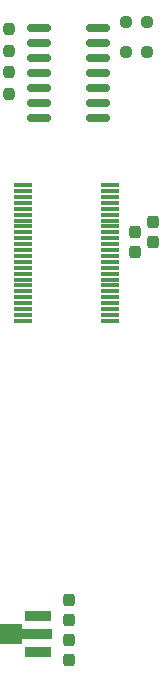
<source format=gbp>
%TF.GenerationSoftware,KiCad,Pcbnew,8.0.2*%
%TF.CreationDate,2024-09-16T20:18:51-04:00*%
%TF.ProjectId,servo_tester,73657276-6f5f-4746-9573-7465722e6b69,rev?*%
%TF.SameCoordinates,Original*%
%TF.FileFunction,Paste,Bot*%
%TF.FilePolarity,Positive*%
%FSLAX46Y46*%
G04 Gerber Fmt 4.6, Leading zero omitted, Abs format (unit mm)*
G04 Created by KiCad (PCBNEW 8.0.2) date 2024-09-16 20:18:51*
%MOMM*%
%LPD*%
G01*
G04 APERTURE LIST*
G04 Aperture macros list*
%AMRoundRect*
0 Rectangle with rounded corners*
0 $1 Rounding radius*
0 $2 $3 $4 $5 $6 $7 $8 $9 X,Y pos of 4 corners*
0 Add a 4 corners polygon primitive as box body*
4,1,4,$2,$3,$4,$5,$6,$7,$8,$9,$2,$3,0*
0 Add four circle primitives for the rounded corners*
1,1,$1+$1,$2,$3*
1,1,$1+$1,$4,$5*
1,1,$1+$1,$6,$7*
1,1,$1+$1,$8,$9*
0 Add four rect primitives between the rounded corners*
20,1,$1+$1,$2,$3,$4,$5,0*
20,1,$1+$1,$4,$5,$6,$7,0*
20,1,$1+$1,$6,$7,$8,$9,0*
20,1,$1+$1,$8,$9,$2,$3,0*%
%AMFreePoly0*
4,1,9,5.362500,-0.866500,1.237500,-0.866500,1.237500,-0.450000,-1.237500,-0.450000,-1.237500,0.450000,1.237500,0.450000,1.237500,0.866500,5.362500,0.866500,5.362500,-0.866500,5.362500,-0.866500,$1*%
G04 Aperture macros list end*
%ADD10RoundRect,0.237500X-0.237500X0.300000X-0.237500X-0.300000X0.237500X-0.300000X0.237500X0.300000X0*%
%ADD11RoundRect,0.150000X-0.825000X-0.150000X0.825000X-0.150000X0.825000X0.150000X-0.825000X0.150000X0*%
%ADD12RoundRect,0.237500X-0.237500X0.250000X-0.237500X-0.250000X0.237500X-0.250000X0.237500X0.250000X0*%
%ADD13RoundRect,0.237500X0.250000X0.237500X-0.250000X0.237500X-0.250000X-0.237500X0.250000X-0.237500X0*%
%ADD14RoundRect,0.237500X0.237500X-0.300000X0.237500X0.300000X-0.237500X0.300000X-0.237500X-0.300000X0*%
%ADD15R,2.300000X0.900000*%
%ADD16FreePoly0,180.000000*%
%ADD17RoundRect,0.072500X0.722500X0.072500X-0.722500X0.072500X-0.722500X-0.072500X0.722500X-0.072500X0*%
G04 APERTURE END LIST*
D10*
%TO.C,C1*%
X114808000Y-110389500D03*
X114808000Y-112114500D03*
%TD*%
%TO.C,C3*%
X120396000Y-79248000D03*
X120396000Y-80973000D03*
%TD*%
D11*
%TO.C,U1*%
X112268000Y-69596000D03*
X112268000Y-68326000D03*
X112268000Y-67056000D03*
X112268000Y-65786000D03*
X112268000Y-64516000D03*
X112268000Y-63246000D03*
X112268000Y-61976000D03*
X117218000Y-61976000D03*
X117218000Y-63246000D03*
X117218000Y-64516000D03*
X117218000Y-65786000D03*
X117218000Y-67056000D03*
X117218000Y-68326000D03*
X117218000Y-69596000D03*
%TD*%
D12*
%TO.C,R3*%
X109728000Y-62079500D03*
X109728000Y-63904500D03*
%TD*%
%TO.C,R4*%
X109728000Y-65739000D03*
X109728000Y-67564000D03*
%TD*%
D13*
%TO.C,R2*%
X121412000Y-64008000D03*
X119587000Y-64008000D03*
%TD*%
%TO.C,R1*%
X121412000Y-61468000D03*
X119587000Y-61468000D03*
%TD*%
D14*
%TO.C,C2*%
X114808000Y-115517000D03*
X114808000Y-113792000D03*
%TD*%
D15*
%TO.C,U2*%
X112178000Y-111784000D03*
D16*
X112090500Y-113284000D03*
D15*
X112178000Y-114784000D03*
%TD*%
D17*
%TO.C,U3*%
X118269000Y-75276000D03*
X118269000Y-75776000D03*
X118269000Y-76276000D03*
X118269000Y-76776000D03*
X118269000Y-77276000D03*
X118269000Y-77776000D03*
X118269000Y-78276000D03*
X118269000Y-78776000D03*
X118269000Y-79276000D03*
X118269000Y-79776000D03*
X118269000Y-80276000D03*
X118269000Y-80776000D03*
X118269000Y-81276000D03*
X118269000Y-81776000D03*
X118269000Y-82276000D03*
X118269000Y-82776000D03*
X118269000Y-83276000D03*
X118269000Y-83776000D03*
X118269000Y-84276000D03*
X118269000Y-84776000D03*
X118269000Y-85276000D03*
X118269000Y-85776000D03*
X118269000Y-86276000D03*
X118269000Y-86776000D03*
X110839000Y-86776000D03*
X110839000Y-86276000D03*
X110839000Y-85776000D03*
X110839000Y-85276000D03*
X110839000Y-84776000D03*
X110839000Y-84276000D03*
X110839000Y-83776000D03*
X110839000Y-83276000D03*
X110839000Y-82776000D03*
X110839000Y-82276000D03*
X110839000Y-81776000D03*
X110839000Y-81276000D03*
X110839000Y-80776000D03*
X110839000Y-80276000D03*
X110839000Y-79776000D03*
X110839000Y-79276000D03*
X110839000Y-78776000D03*
X110839000Y-78276000D03*
X110839000Y-77776000D03*
X110839000Y-77276000D03*
X110839000Y-76776000D03*
X110839000Y-76276000D03*
X110839000Y-75776000D03*
X110839000Y-75276000D03*
%TD*%
D10*
%TO.C,C4*%
X121920000Y-78385500D03*
X121920000Y-80110500D03*
%TD*%
M02*

</source>
